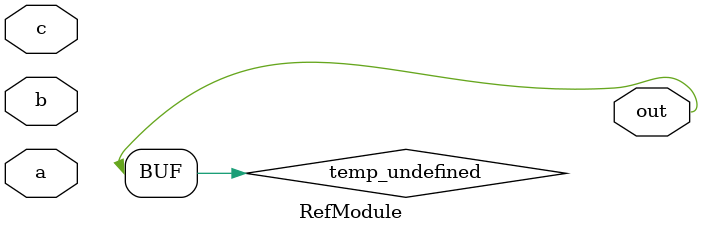
<source format=sv>

module RefModule (
  input a,
  input b,
  input c,
  output out
);

  assign out = temp_undefined;

endmodule


</source>
